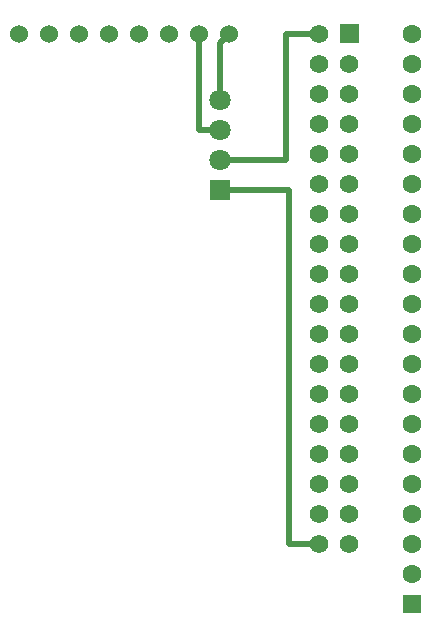
<source format=gtl>
G04 Layer: TopLayer*
G04 EasyEDA v6.5.3, 2022-05-11 10:11:48*
G04 29087cc1c3554ec2a43a3509a864e302,be635ba5e1a24524a6f9dddda72dafc0,10*
G04 Gerber Generator version 0.2*
G04 Scale: 100 percent, Rotated: No, Reflected: No *
G04 Dimensions in millimeters *
G04 leading zeros omitted , absolute positions ,4 integer and 5 decimal *
%FSLAX45Y45*%
%MOMM*%

%ADD11C,0.5080*%
%ADD12C,1.5240*%
%ADD13C,1.5700*%
%ADD15R,1.8000X1.8000*%
%ADD16C,1.8000*%
%ADD17C,1.6000*%
%ADD18R,1.6000X1.6000*%

%LPD*%
D11*
X-84150200Y64973200D02*
G01*
X-84328000Y64973200D01*
X-84328000Y65786000D01*
X-84150200Y65227200D02*
G01*
X-84150200Y65709800D01*
X-84074000Y65786000D01*
X-84150200Y64719200D02*
G01*
X-83591400Y64719200D01*
X-83591400Y65786000D01*
X-83312000Y65786000D01*
X-84150200Y64465200D02*
G01*
X-83566000Y64465200D01*
X-83566000Y61468000D01*
X-83312000Y61468000D01*
D12*
G01*
X-84074000Y65786000D03*
G01*
X-84328000Y65786000D03*
G01*
X-84582000Y65786000D03*
G01*
X-84836000Y65786000D03*
G01*
X-85090000Y65786000D03*
G01*
X-85344000Y65786000D03*
G01*
X-85598000Y65786000D03*
G01*
X-85852000Y65786000D03*
D13*
G01*
X-83312000Y65786000D03*
G36*
X-82979488Y65864511D02*
G01*
X-83136511Y65864511D01*
X-83136511Y65707488D01*
X-82979488Y65707488D01*
G37*
G01*
X-83058000Y65532000D03*
G01*
X-83312000Y65532000D03*
G01*
X-83058000Y65278000D03*
G01*
X-83312000Y65278000D03*
G01*
X-83058000Y65024000D03*
G01*
X-83312000Y65024000D03*
G01*
X-83058000Y64770000D03*
G01*
X-83312000Y64770000D03*
G01*
X-83058000Y64516000D03*
G01*
X-83312000Y64516000D03*
G01*
X-83058000Y64262000D03*
G01*
X-83312000Y64262000D03*
G01*
X-83058000Y64008000D03*
G01*
X-83312000Y64008000D03*
G01*
X-83058000Y63754000D03*
G01*
X-83312000Y63754000D03*
G01*
X-83058000Y63500000D03*
G01*
X-83312000Y63500000D03*
G01*
X-83058000Y63246000D03*
G01*
X-83312000Y63246000D03*
G01*
X-83058000Y62992000D03*
G01*
X-83312000Y62992000D03*
G01*
X-83058000Y62738000D03*
G01*
X-83312000Y62738000D03*
G01*
X-83058000Y62484000D03*
G01*
X-83312000Y62484000D03*
G01*
X-83058000Y62230000D03*
G01*
X-83312000Y62230000D03*
G01*
X-83058000Y61976000D03*
G01*
X-83312000Y61976000D03*
G01*
X-83058000Y61722000D03*
G01*
X-83312000Y61722000D03*
G01*
X-83058000Y61468000D03*
G01*
X-83312000Y61468000D03*
D15*
G01*
X-84150200Y64465200D03*
D16*
G01*
X-84150200Y64719200D03*
G01*
X-84150200Y64973200D03*
G01*
X-84150200Y65227200D03*
D17*
G01*
X-82524600Y65786000D03*
G01*
X-82524600Y65532000D03*
G01*
X-82524600Y65278000D03*
G01*
X-82524600Y65024000D03*
G01*
X-82524600Y64770000D03*
G01*
X-82524600Y64516000D03*
G01*
X-82524600Y64262000D03*
G01*
X-82524600Y64008000D03*
G01*
X-82524600Y63754000D03*
G01*
X-82524600Y63500000D03*
G01*
X-82524600Y63246000D03*
G01*
X-82524600Y62992000D03*
G01*
X-82524600Y62738000D03*
G01*
X-82524600Y62484000D03*
G01*
X-82524600Y62230000D03*
G01*
X-82524600Y61976000D03*
G01*
X-82524600Y61722000D03*
G01*
X-82524600Y61468000D03*
G01*
X-82524600Y61214000D03*
D18*
G01*
X-82524600Y60960000D03*
M02*

</source>
